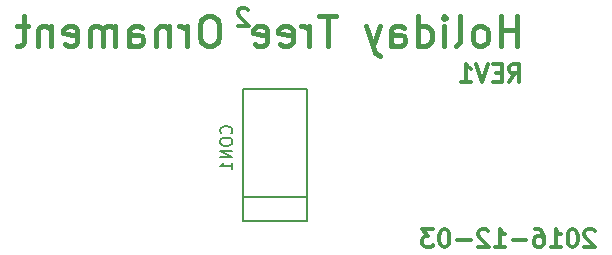
<source format=gbo>
G04 #@! TF.FileFunction,Legend,Bot*
%FSLAX46Y46*%
G04 Gerber Fmt 4.6, Leading zero omitted, Abs format (unit mm)*
G04 Created by KiCad (PCBNEW 4.0.4-stable) date Sat Dec  3 20:50:57 2016*
%MOMM*%
%LPD*%
G01*
G04 APERTURE LIST*
%ADD10C,0.100000*%
%ADD11C,0.300000*%
%ADD12C,0.400000*%
%ADD13C,0.150000*%
G04 APERTURE END LIST*
D10*
D11*
X181321428Y-118428571D02*
X181821428Y-117714286D01*
X182178571Y-118428571D02*
X182178571Y-116928571D01*
X181607143Y-116928571D01*
X181464285Y-117000000D01*
X181392857Y-117071429D01*
X181321428Y-117214286D01*
X181321428Y-117428571D01*
X181392857Y-117571429D01*
X181464285Y-117642857D01*
X181607143Y-117714286D01*
X182178571Y-117714286D01*
X180678571Y-117642857D02*
X180178571Y-117642857D01*
X179964285Y-118428571D02*
X180678571Y-118428571D01*
X180678571Y-116928571D01*
X179964285Y-116928571D01*
X179535714Y-116928571D02*
X179035714Y-118428571D01*
X178535714Y-116928571D01*
X177250000Y-118428571D02*
X178107143Y-118428571D01*
X177678571Y-118428571D02*
X177678571Y-116928571D01*
X177821428Y-117142857D01*
X177964286Y-117285714D01*
X178107143Y-117357143D01*
X159178571Y-112321429D02*
X159107142Y-112250000D01*
X158964285Y-112178571D01*
X158607142Y-112178571D01*
X158464285Y-112250000D01*
X158392856Y-112321429D01*
X158321428Y-112464286D01*
X158321428Y-112607143D01*
X158392856Y-112821429D01*
X159249999Y-113678571D01*
X158321428Y-113678571D01*
D12*
X182011905Y-115380952D02*
X182011905Y-112880952D01*
X182011905Y-114071429D02*
X180583333Y-114071429D01*
X180583333Y-115380952D02*
X180583333Y-112880952D01*
X179035714Y-115380952D02*
X179273809Y-115261905D01*
X179392857Y-115142857D01*
X179511905Y-114904762D01*
X179511905Y-114190476D01*
X179392857Y-113952381D01*
X179273809Y-113833333D01*
X179035714Y-113714286D01*
X178678571Y-113714286D01*
X178440476Y-113833333D01*
X178321428Y-113952381D01*
X178202381Y-114190476D01*
X178202381Y-114904762D01*
X178321428Y-115142857D01*
X178440476Y-115261905D01*
X178678571Y-115380952D01*
X179035714Y-115380952D01*
X176773809Y-115380952D02*
X177011904Y-115261905D01*
X177130952Y-115023810D01*
X177130952Y-112880952D01*
X175821428Y-115380952D02*
X175821428Y-113714286D01*
X175821428Y-112880952D02*
X175940476Y-113000000D01*
X175821428Y-113119048D01*
X175702380Y-113000000D01*
X175821428Y-112880952D01*
X175821428Y-113119048D01*
X173559523Y-115380952D02*
X173559523Y-112880952D01*
X173559523Y-115261905D02*
X173797619Y-115380952D01*
X174273809Y-115380952D01*
X174511904Y-115261905D01*
X174630952Y-115142857D01*
X174750000Y-114904762D01*
X174750000Y-114190476D01*
X174630952Y-113952381D01*
X174511904Y-113833333D01*
X174273809Y-113714286D01*
X173797619Y-113714286D01*
X173559523Y-113833333D01*
X171297618Y-115380952D02*
X171297618Y-114071429D01*
X171416666Y-113833333D01*
X171654761Y-113714286D01*
X172130952Y-113714286D01*
X172369047Y-113833333D01*
X171297618Y-115261905D02*
X171535714Y-115380952D01*
X172130952Y-115380952D01*
X172369047Y-115261905D01*
X172488095Y-115023810D01*
X172488095Y-114785714D01*
X172369047Y-114547619D01*
X172130952Y-114428571D01*
X171535714Y-114428571D01*
X171297618Y-114309524D01*
X170345237Y-113714286D02*
X169749999Y-115380952D01*
X169154761Y-113714286D02*
X169749999Y-115380952D01*
X169988094Y-115976190D01*
X170107142Y-116095238D01*
X170345237Y-116214286D01*
X166654761Y-112880952D02*
X165226189Y-112880952D01*
X165940475Y-115380952D02*
X165940475Y-112880952D01*
X164392856Y-115380952D02*
X164392856Y-113714286D01*
X164392856Y-114190476D02*
X164273808Y-113952381D01*
X164154761Y-113833333D01*
X163916665Y-113714286D01*
X163678570Y-113714286D01*
X161892856Y-115261905D02*
X162130951Y-115380952D01*
X162607142Y-115380952D01*
X162845237Y-115261905D01*
X162964285Y-115023810D01*
X162964285Y-114071429D01*
X162845237Y-113833333D01*
X162607142Y-113714286D01*
X162130951Y-113714286D01*
X161892856Y-113833333D01*
X161773808Y-114071429D01*
X161773808Y-114309524D01*
X162964285Y-114547619D01*
X159749999Y-115261905D02*
X159988094Y-115380952D01*
X160464285Y-115380952D01*
X160702380Y-115261905D01*
X160821428Y-115023810D01*
X160821428Y-114071429D01*
X160702380Y-113833333D01*
X160464285Y-113714286D01*
X159988094Y-113714286D01*
X159749999Y-113833333D01*
X159630951Y-114071429D01*
X159630951Y-114309524D01*
X160821428Y-114547619D01*
X156178570Y-112880952D02*
X155702380Y-112880952D01*
X155464285Y-113000000D01*
X155226189Y-113238095D01*
X155107142Y-113714286D01*
X155107142Y-114547619D01*
X155226189Y-115023810D01*
X155464285Y-115261905D01*
X155702380Y-115380952D01*
X156178570Y-115380952D01*
X156416666Y-115261905D01*
X156654761Y-115023810D01*
X156773809Y-114547619D01*
X156773809Y-113714286D01*
X156654761Y-113238095D01*
X156416666Y-113000000D01*
X156178570Y-112880952D01*
X154035713Y-115380952D02*
X154035713Y-113714286D01*
X154035713Y-114190476D02*
X153916665Y-113952381D01*
X153797618Y-113833333D01*
X153559522Y-113714286D01*
X153321427Y-113714286D01*
X152488094Y-113714286D02*
X152488094Y-115380952D01*
X152488094Y-113952381D02*
X152369046Y-113833333D01*
X152130951Y-113714286D01*
X151773808Y-113714286D01*
X151535713Y-113833333D01*
X151416665Y-114071429D01*
X151416665Y-115380952D01*
X149154760Y-115380952D02*
X149154760Y-114071429D01*
X149273808Y-113833333D01*
X149511903Y-113714286D01*
X149988094Y-113714286D01*
X150226189Y-113833333D01*
X149154760Y-115261905D02*
X149392856Y-115380952D01*
X149988094Y-115380952D01*
X150226189Y-115261905D01*
X150345237Y-115023810D01*
X150345237Y-114785714D01*
X150226189Y-114547619D01*
X149988094Y-114428571D01*
X149392856Y-114428571D01*
X149154760Y-114309524D01*
X147964284Y-115380952D02*
X147964284Y-113714286D01*
X147964284Y-113952381D02*
X147845236Y-113833333D01*
X147607141Y-113714286D01*
X147249998Y-113714286D01*
X147011903Y-113833333D01*
X146892855Y-114071429D01*
X146892855Y-115380952D01*
X146892855Y-114071429D02*
X146773808Y-113833333D01*
X146535712Y-113714286D01*
X146178570Y-113714286D01*
X145940474Y-113833333D01*
X145821427Y-114071429D01*
X145821427Y-115380952D01*
X143678570Y-115261905D02*
X143916665Y-115380952D01*
X144392856Y-115380952D01*
X144630951Y-115261905D01*
X144749999Y-115023810D01*
X144749999Y-114071429D01*
X144630951Y-113833333D01*
X144392856Y-113714286D01*
X143916665Y-113714286D01*
X143678570Y-113833333D01*
X143559522Y-114071429D01*
X143559522Y-114309524D01*
X144749999Y-114547619D01*
X142488094Y-113714286D02*
X142488094Y-115380952D01*
X142488094Y-113952381D02*
X142369046Y-113833333D01*
X142130951Y-113714286D01*
X141773808Y-113714286D01*
X141535713Y-113833333D01*
X141416665Y-114071429D01*
X141416665Y-115380952D01*
X140583332Y-113714286D02*
X139630951Y-113714286D01*
X140226189Y-112880952D02*
X140226189Y-115023810D01*
X140107141Y-115261905D01*
X139869046Y-115380952D01*
X139630951Y-115380952D01*
D11*
X188535713Y-131071429D02*
X188464284Y-131000000D01*
X188321427Y-130928571D01*
X187964284Y-130928571D01*
X187821427Y-131000000D01*
X187749998Y-131071429D01*
X187678570Y-131214286D01*
X187678570Y-131357143D01*
X187749998Y-131571429D01*
X188607141Y-132428571D01*
X187678570Y-132428571D01*
X186749999Y-130928571D02*
X186607142Y-130928571D01*
X186464285Y-131000000D01*
X186392856Y-131071429D01*
X186321427Y-131214286D01*
X186249999Y-131500000D01*
X186249999Y-131857143D01*
X186321427Y-132142857D01*
X186392856Y-132285714D01*
X186464285Y-132357143D01*
X186607142Y-132428571D01*
X186749999Y-132428571D01*
X186892856Y-132357143D01*
X186964285Y-132285714D01*
X187035713Y-132142857D01*
X187107142Y-131857143D01*
X187107142Y-131500000D01*
X187035713Y-131214286D01*
X186964285Y-131071429D01*
X186892856Y-131000000D01*
X186749999Y-130928571D01*
X184821428Y-132428571D02*
X185678571Y-132428571D01*
X185249999Y-132428571D02*
X185249999Y-130928571D01*
X185392856Y-131142857D01*
X185535714Y-131285714D01*
X185678571Y-131357143D01*
X183535714Y-130928571D02*
X183821428Y-130928571D01*
X183964285Y-131000000D01*
X184035714Y-131071429D01*
X184178571Y-131285714D01*
X184250000Y-131571429D01*
X184250000Y-132142857D01*
X184178571Y-132285714D01*
X184107143Y-132357143D01*
X183964285Y-132428571D01*
X183678571Y-132428571D01*
X183535714Y-132357143D01*
X183464285Y-132285714D01*
X183392857Y-132142857D01*
X183392857Y-131785714D01*
X183464285Y-131642857D01*
X183535714Y-131571429D01*
X183678571Y-131500000D01*
X183964285Y-131500000D01*
X184107143Y-131571429D01*
X184178571Y-131642857D01*
X184250000Y-131785714D01*
X182750000Y-131857143D02*
X181607143Y-131857143D01*
X180107143Y-132428571D02*
X180964286Y-132428571D01*
X180535714Y-132428571D02*
X180535714Y-130928571D01*
X180678571Y-131142857D01*
X180821429Y-131285714D01*
X180964286Y-131357143D01*
X179535715Y-131071429D02*
X179464286Y-131000000D01*
X179321429Y-130928571D01*
X178964286Y-130928571D01*
X178821429Y-131000000D01*
X178750000Y-131071429D01*
X178678572Y-131214286D01*
X178678572Y-131357143D01*
X178750000Y-131571429D01*
X179607143Y-132428571D01*
X178678572Y-132428571D01*
X178035715Y-131857143D02*
X176892858Y-131857143D01*
X175892858Y-130928571D02*
X175750001Y-130928571D01*
X175607144Y-131000000D01*
X175535715Y-131071429D01*
X175464286Y-131214286D01*
X175392858Y-131500000D01*
X175392858Y-131857143D01*
X175464286Y-132142857D01*
X175535715Y-132285714D01*
X175607144Y-132357143D01*
X175750001Y-132428571D01*
X175892858Y-132428571D01*
X176035715Y-132357143D01*
X176107144Y-132285714D01*
X176178572Y-132142857D01*
X176250001Y-131857143D01*
X176250001Y-131500000D01*
X176178572Y-131214286D01*
X176107144Y-131071429D01*
X176035715Y-131000000D01*
X175892858Y-130928571D01*
X174892858Y-130928571D02*
X173964287Y-130928571D01*
X174464287Y-131500000D01*
X174250001Y-131500000D01*
X174107144Y-131571429D01*
X174035715Y-131642857D01*
X173964287Y-131785714D01*
X173964287Y-132142857D01*
X174035715Y-132285714D01*
X174107144Y-132357143D01*
X174250001Y-132428571D01*
X174678573Y-132428571D01*
X174821430Y-132357143D01*
X174892858Y-132285714D01*
D13*
X158800000Y-128200000D02*
X158800000Y-119000000D01*
X158800000Y-119000000D02*
X164200000Y-119000000D01*
X164200000Y-119000000D02*
X164100000Y-119000000D01*
X164200000Y-128200000D02*
X164200000Y-130200000D01*
X164200000Y-130200000D02*
X158800000Y-130200000D01*
X158800000Y-130200000D02*
X158800000Y-128200000D01*
X158800000Y-128200000D02*
X164200000Y-128200000D01*
X164200000Y-128200000D02*
X164200000Y-119000000D01*
X157757143Y-122785715D02*
X157804762Y-122738096D01*
X157852381Y-122595239D01*
X157852381Y-122500001D01*
X157804762Y-122357143D01*
X157709524Y-122261905D01*
X157614286Y-122214286D01*
X157423810Y-122166667D01*
X157280952Y-122166667D01*
X157090476Y-122214286D01*
X156995238Y-122261905D01*
X156900000Y-122357143D01*
X156852381Y-122500001D01*
X156852381Y-122595239D01*
X156900000Y-122738096D01*
X156947619Y-122785715D01*
X156852381Y-123404762D02*
X156852381Y-123595239D01*
X156900000Y-123690477D01*
X156995238Y-123785715D01*
X157185714Y-123833334D01*
X157519048Y-123833334D01*
X157709524Y-123785715D01*
X157804762Y-123690477D01*
X157852381Y-123595239D01*
X157852381Y-123404762D01*
X157804762Y-123309524D01*
X157709524Y-123214286D01*
X157519048Y-123166667D01*
X157185714Y-123166667D01*
X156995238Y-123214286D01*
X156900000Y-123309524D01*
X156852381Y-123404762D01*
X157852381Y-124261905D02*
X156852381Y-124261905D01*
X157852381Y-124833334D01*
X156852381Y-124833334D01*
X157852381Y-125833334D02*
X157852381Y-125261905D01*
X157852381Y-125547619D02*
X156852381Y-125547619D01*
X156995238Y-125452381D01*
X157090476Y-125357143D01*
X157138095Y-125261905D01*
M02*

</source>
